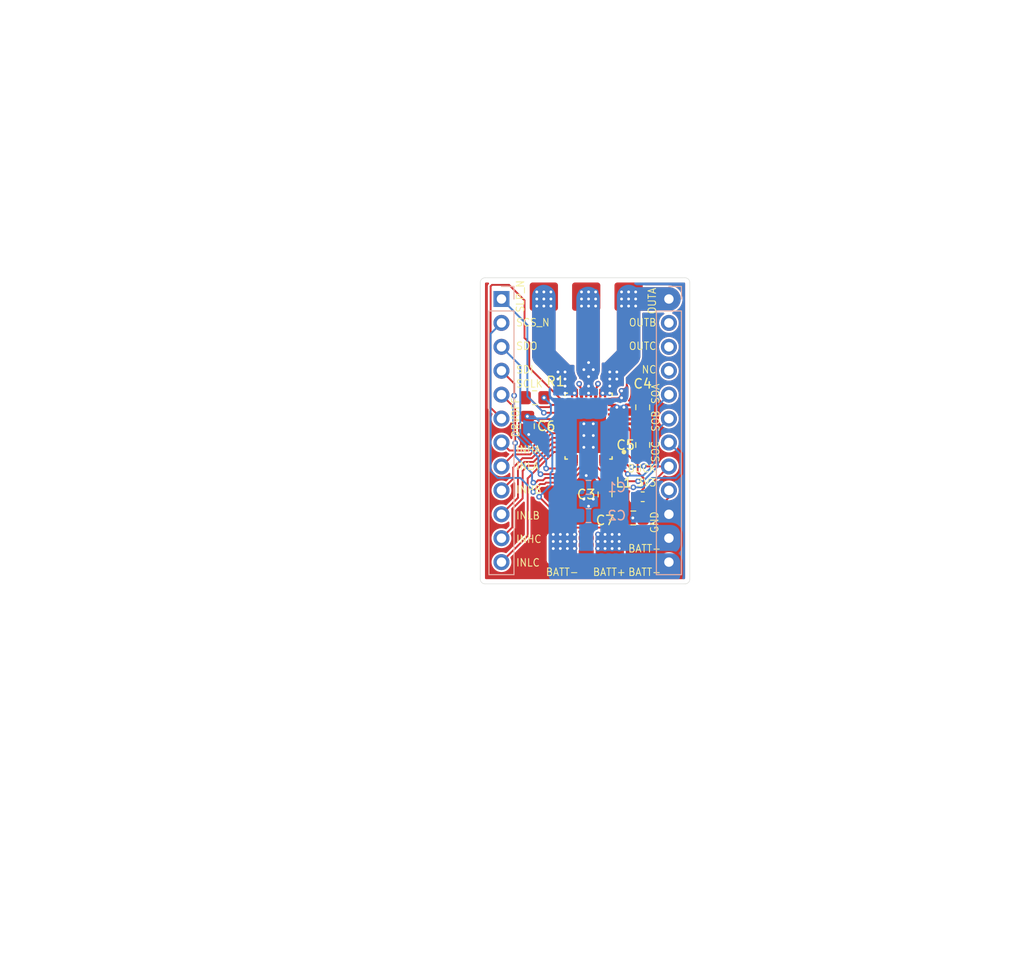
<source format=kicad_pcb>
(kicad_pcb (version 20240108) (generator "pcbnew") (generator_version "8.0")
  (layers (0 "F.Cu" signal) (1 "In1.Cu" signal) (2 "In2.Cu" signal) (31 "B.Cu" signal) (34 "B.Paste" user) (35 "F.Paste" user) (36 "B.SilkS" user "B.Silkscreen") (37 "F.SilkS" user "F.Silkscreen") (38 "B.Mask" user) (39 "F.Mask" user) (44 "Edge.Cuts" user))
  (net 0 "")
  (net 1 "+BATT")
  (net 2 "-BATT")
  (net 3 "Net-(U1-VREF_ILIM)")
  (net 4 "GND")
  (net 5 "Net-(U1-CP)")
  (net 6 "Net-(U1-CPL)")
  (net 7 "Net-(U1-CPH)")
  (net 8 "+3.3V")
  (net 9 "/Buck_Out")
  (net 10 "/INLC")
  (net 11 "Net-(J2-Pin_3)")
  (net 12 "/INHC")
  (net 13 "Net-(J2-Pin_2)")
  (net 14 "/INHA")
  (net 15 "Net-(J2-Pin_6)")
  (net 16 "/INLA")
  (net 17 "Net-(J2-Pin_5)")
  (net 18 "/INLB")
  (net 19 "Net-(J2-Pin_1)")
  (net 20 "Net-(J2-Pin_4)")
  (net 21 "/INHB")
  (net 22 "/OUTA")
  (net 23 "/OUTC")
  (net 24 "/OUTB")
  (net 26 "Net-(J4-Pin_6)")
  (net 27 "Net-(J4-Pin_7)")
  (net 28 "Net-(J4-Pin_5)")
  (net 29 "Net-(U1-SW_BK)")
  (net 30 "Net-(U1-FAULT_N)")
  (footprint "Capacitor_SMD:C_0805_2012Metric_Pad1.18x1.45mm_HandSolder" (layer "F.Cu") (at 136 95.75 -90)
    (property "Reference" "C3" (at 0 2 0) (layer "F.SilkS"))
    (property "Value" "100n")
    (pad "1" smd roundrect (at -1.0375 0 270) (size 1.175 1.45) (layers "F.Cu" "F.Paste" "F.Mask") (roundrect_rratio 0.212766) (net 3 "Net-(U1-VREF_ILIM)"))
    (pad "2" smd roundrect (at 1.0375 0 270) (size 1.175 1.45) (layers "F.Cu" "F.Paste" "F.Mask") (roundrect_rratio 0.212766) (net 4 "GND"))
  )
  (footprint "ECE395:Motor_Pads" (layer "F.Cu") (at 134 80.25 180)
    (property "Reference" "J3" (hide yes))
    (property "Value" "Motor Output" (hide yes))
    (pad "1" smd roundrect (at -4.5 5.5 180) (size 3 3) (layers "F.Cu" "F.Paste" "F.Mask") (roundrect_rratio 0.1) (net 22 "/OUTA"))
    (pad "2" smd roundrect (at 0 5.5 180) (size 3 3) (layers "F.Cu" "F.Paste" "F.Mask") (roundrect_rratio 0.1) (net 24 "/OUTB"))
    (pad "3" smd roundrect (at 4.5 5.5 180) (size 3 3) (layers "F.Cu" "F.Paste" "F.Mask") (roundrect_rratio 0.1) (net 23 "/OUTC"))
  )
  (footprint "Resistor_SMD:R_0805_2012Metric_Pad1.20x1.40mm_HandSolder" (layer "F.Cu") (at 128.517707 85.481338)
    (property "Reference" "R1" (at 2.232293 -1.731338 0) (layer "F.SilkS"))
    (property "Value" "10k")
    (pad "1" smd roundrect (at -1 0) (size 1.2 1.4) (layers "F.Cu" "F.Paste" "F.Mask") (roundrect_rratio 0.208333) (net 30 "Net-(U1-FAULT_N)"))
    (pad "2" smd roundrect (at 1 0) (size 1.2 1.4) (layers "F.Cu" "F.Paste" "F.Mask") (roundrect_rratio 0.208333) (net 8 "+3.3V"))
  )
  (footprint "Capacitor_SMD:C_0805_2012Metric_Pad1.18x1.45mm_HandSolder" (layer "F.Cu") (at 140 90.5 90)
    (property "Reference" "C5" (at -0.00954 -1.819319 180) (layer "F.SilkS"))
    (property "Value" "47n")
    (pad "1" smd roundrect (at -1.0375 0 90) (size 1.175 1.45) (layers "F.Cu" "F.Paste" "F.Mask") (roundrect_rratio 0.212766) (net 6 "Net-(U1-CPL)"))
    (pad "2" smd roundrect (at 1.0375 0 90) (size 1.175 1.45) (layers "F.Cu" "F.Paste" "F.Mask") (roundrect_rratio 0.212766) (net 7 "Net-(U1-CPH)"))
  )
  (footprint "ECE395:RGF0040E-IPC_A" (layer "F.Cu") (at 134.250001 88.5 180)
    (property "Reference" "U1" (hide yes))
    (property "Value" "DRV8316RRGFR" (hide yes))
    (pad "1" smd rect (at -2.503033 -2.75 270) (size 0.242473 0.906066) (layers "F.Cu" "F.Paste" "F.Mask"))
    (pad "2" smd rect (at -2.503033 -2.250001 270) (size 0.242473 0.906066) (layers "F.Cu" "F.Paste" "F.Mask") (net 4 "GND"))
    (pad "3" smd rect (at -2.503033 -1.749999 270) (size 0.242473 0.906066) (layers "F.Cu" "F.Paste" "F.Mask") (net 9 "/Buck_Out"))
    (pad "4" smd rect (at -2.503033 -1.25 270) (size 0.242473 0.906066) (layers "F.Cu" "F.Paste" "F.Mask") (net 4 "GND"))
    (pad "5" smd rect (at -2.503033 -0.750001 270) (size 0.242473 0.906066) (layers "F.Cu" "F.Paste" "F.Mask") (net 29 "Net-(U1-SW_BK)"))
    (pad "6" smd rect (at -2.503033 -0.25 270) (size 0.242473 0.906066) (layers "F.Cu" "F.Paste" "F.Mask") (net 6 "Net-(U1-CPL)"))
    (pad "7" smd rect (at -2.503033 0.25 270) (size 0.242473 0.906066) (layers "F.Cu" "F.Paste" "F.Mask") (net 7 "Net-(U1-CPH)"))
    (pad "8" smd rect (at -2.503033 0.750001 270) (size 0.242473 0.906066) (layers "F.Cu" "F.Paste" "F.Mask") (net 5 "Net-(U1-CP)"))
    (pad "9" smd rect (at -2.503033 1.25 270) (size 0.242473 0.906066) (layers "F.Cu" "F.Paste" "F.Mask") (net 1 "+BATT"))
    (pad "10" smd rect (at -2.503033 1.749999 270) (size 0.242473 0.906066) (layers "F.Cu" "F.Paste" "F.Mask") (net 1 "+BATT"))
    (pad "11" smd rect (at -2.503033 2.250001 270) (size 0.242473 0.906066) (layers "F.Cu" "F.Paste" "F.Mask") (net 1 "+BATT"))
    (pad "12" smd rect (at -2.503033 2.75 270) (size 0.242473 0.906066) (layers "F.Cu" "F.Paste" "F.Mask") (net 2 "-BATT"))
    (pad "13" smd rect (at -1.749999 3.503033 180) (size 0.242473 0.906066) (layers "F.Cu" "F.Paste" "F.Mask") (net 22 "/OUTA"))
    (pad "14" smd rect (at -1.25 3.503033 180) (size 0.242473 0.906066) (layers "F.Cu" "F.Paste" "F.Mask") (net 22 "/OUTA"))
    (pad "15" smd rect (at -0.750001 3.503033 180) (size 0.242473 0.906066) (layers "F.Cu" "F.Paste" "F.Mask") (net 2 "-BATT"))
    (pad "16" smd rect (at -0.25 3.503033 180) (size 0.242473 0.906066) (layers "F.Cu" "F.Paste" "F.Mask") (net 24 "/OUTB"))
    (pad "17" smd rect (at 0.25 3.503033 180) (size 0.242473 0.906066) (layers "F.Cu" "F.Paste" "F.Mask") (net 24 "/OUTB"))
    (pad "18" smd rect (at 0.750001 3.503033 180) (size 0.242473 0.906066) (layers "F.Cu" "F.Paste" "F.Mask") (net 2 "-BATT"))
    (pad "19" smd rect (at 1.25 3.503033 180) (size 0.242473 0.906066) (layers "F.Cu" "F.Paste" "F.Mask") (net 23 "/OUTC"))
    (pad "20" smd rect (at 1.749999 3.503033 180) (size 0.242473 0.906066) (layers "F.Cu" "F.Paste" "F.Mask") (net 23 "/OUTC"))
    (pad "21" smd rect (at 2.503033 2.75 270) (size 0.242473 0.906066) (layers "F.Cu" "F.Paste" "F.Mask") (net 15 "Net-(J2-Pin_6)"))
    (pad "22" smd rect (at 2.503033 2.250001 270) (size 0.242473 0.906066) (layers "F.Cu" "F.Paste" "F.Mask") (net 30 "Net-(U1-FAULT_N)"))
    (pad "23" smd rect (at 2.503033 1.749999 270) (size 0.242473 0.906066) (layers "F.Cu" "F.Paste" "F.Mask") (net 19 "Net-(J2-Pin_1)"))
    (pad "24" smd rect (at 2.503033 1.25 270) (size 0.242473 0.906066) (layers "F.Cu" "F.Paste" "F.Mask"))
    (pad "25" smd rect (at 2.503033 0.750001 270) (size 0.242473 0.906066) (layers "F.Cu" "F.Paste" "F.Mask") (net 8 "+3.3V"))
    (pad "26" smd rect (at 2.503033 0.25 270) (size 0.242473 0.906066) (layers "F.Cu" "F.Paste" "F.Mask") (net 4 "GND"))
    (pad "27" smd rect (at 2.503033 -0.25 270) (size 0.242473 0.906066) (layers "F.Cu" "F.Paste" "F.Mask") (net 14 "/INHA"))
    (pad "28" smd rect (at 2.503033 -0.750001 270) (size 0.242473 0.906066) (layers "F.Cu" "F.Paste" "F.Mask") (net 16 "/INLA"))
    (pad "29" smd rect (at 2.503033 -1.25 270) (size 0.242473 0.906066) (layers "F.Cu" "F.Paste" "F.Mask") (net 21 "/INHB"))
    (pad "30" smd rect (at 2.503033 -1.749999 270) (size 0.242473 0.906066) (layers "F.Cu" "F.Paste" "F.Mask") (net 18 "/INLB"))
    (pad "31" smd rect (at 2.503033 -2.250001 270) (size 0.242473 0.906066) (layers "F.Cu" "F.Paste" "F.Mask") (net 12 "/INHC"))
    (pad "32" smd rect (at 2.503033 -2.75 270) (size 0.242473 0.906066) (layers "F.Cu" "F.Paste" "F.Mask") (net 10 "/INLC"))
    (pad "33" smd rect (at 1.749999 -3.503033 180) (size 0.242473 0.906066) (layers "F.Cu" "F.Paste" "F.Mask") (net 11 "Net-(J2-Pin_3)"))
    (pad "34" smd rect (at 1.25 -3.503033 180) (size 0.242473 0.906066) (layers "F.Cu" "F.Paste" "F.Mask") (net 20 "Net-(J2-Pin_4)"))
    (pad "35" smd rect (at 0.750001 -3.503033 180) (size 0.242473 0.906066) (layers "F.Cu" "F.Paste" "F.Mask") (net 17 "Net-(J2-Pin_5)"))
    (pad "36" smd rect (at 0.25 -3.503033 180) (size 0.242473 0.906066) (layers "F.Cu" "F.Paste" "F.Mask") (net 13 "Net-(J2-Pin_2)"))
    (pad "37" smd rect (at -0.25 -3.503033 180) (size 0.242473 0.906066) (layers "F.Cu" "F.Paste" "F.Mask") (net 3 "Net-(U1-VREF_ILIM)"))
    (pad "38" smd rect (at -0.750001 -3.503033 180) (size 0.242473 0.906066) (layers "F.Cu" "F.Paste" "F.Mask") (net 27 "Net-(J4-Pin_7)"))
    (pad "39" smd rect (at -1.25 -3.503033 180) (size 0.242473 0.906066) (layers "F.Cu" "F.Paste" "F.Mask") (net 26 "Net-(J4-Pin_6)"))
    (pad "40" smd rect (at -1.749999 -3.503032 180) (size 0.242472 0.906064) (layers "F.Cu" "F.Paste" "F.Mask") (net 28 "Net-(J4-Pin_5)"))
    (pad "41" smd rect (at 0 0 180) (size 3.6 5.6) (layers "F.Cu" "F.Mask") (net 4 "GND"))
  )
  (footprint "Capacitor_SMD:C_0805_2012Metric_Pad1.18x1.45mm_HandSolder" (layer "F.Cu") (at 127.75 88.5 -90)
    (property "Reference" "C6" (at 0 -2 180) (layer "F.SilkS"))
    (property "Value" "1u")
    (pad "1" smd roundrect (at -1.0375 0 270) (size 1.175 1.45) (layers "F.Cu" "F.Paste" "F.Mask") (roundrect_rratio 0.212766) (net 8 "+3.3V"))
    (pad "2" smd roundrect (at 1.0375 0 270) (size 1.175 1.45) (layers "F.Cu" "F.Paste" "F.Mask") (roundrect_rratio 0.212766) (net 4 "GND"))
  )
  (footprint "Capacitor_SMD:C_0805_2012Metric_Pad1.18x1.45mm_HandSolder" (layer "F.Cu") (at 139 98.25)
    (property "Reference" "C7" (at -3 0.25 0) (layer "F.SilkS"))
    (property "Value" "1u")
    (pad "1" smd roundrect (at -1.0375 0) (size 1.175 1.45) (layers "F.Cu" "F.Paste" "F.Mask") (roundrect_rratio 0.212766) (net 4 "GND"))
    (pad "2" smd roundrect (at 1.0375 0) (size 1.175 1.45) (layers "F.Cu" "F.Paste" "F.Mask") (roundrect_rratio 0.212766) (net 9 "/Buck_Out"))
  )
  (footprint "Inductor_SMD:L_0603_1608Metric" (layer "F.Cu") (at 140 96)
    (property "Reference" "L1" (at -2 -1.5 0) (layer "F.SilkS"))
    (property "Value" "47u")
    (pad "1" smd roundrect (at -0.7875 0) (size 0.875 0.95) (layers "F.Cu" "F.Paste" "F.Mask") (net 29 "Net-(U1-SW_BK)"))
    (pad "2" smd roundrect (at 0.7875 0) (size 0.875 0.95) (layers "F.Cu" "F.Paste" "F.Mask") (net 9 "/Buck_Out"))
  )
  (footprint "ECE395:Power_Pads" (layer "F.Cu") (at 134 96)
    (property "Reference" "J1" (hide yes))
    (property "Value" "Power Input" (hide yes))
    (pad "1" smd roundrect (at -2.5 5.5) (size 3 3) (layers "F.Cu" "F.Paste" "F.Mask") (roundrect_rratio 0.1) (net 2 "-BATT"))
    (pad "2" smd roundrect (at 2.5 5.5) (size 3 3) (layers "F.Cu" "F.Paste" "F.Mask") (roundrect_rratio 0.1) (net 1 "+BATT"))
  )
  (footprint "Capacitor_SMD:C_0805_2012Metric_Pad1.18x1.45mm_HandSolder" (layer "F.Cu") (at 140 86.5 -90)
    (property "Reference" "C4" (at -2.5 0 180) (layer "F.SilkS"))
    (property "Value" "1u")
    (pad "1" smd roundrect (at -1.0375 0 270) (size 1.175 1.45) (layers "F.Cu" "F.Paste" "F.Mask") (roundrect_rratio 0.212766) (net 1 "+BATT"))
    (pad "2" smd roundrect (at 1.0375 0 270) (size 1.175 1.45) (layers "F.Cu" "F.Paste" "F.Mask") (roundrect_rratio 0.212766) (net 5 "Net-(U1-CP)"))
  )
  (footprint "Capacitor_SMD:C_0805_2012Metric_Pad1.18x1.45mm_HandSolder" (layer "B.Cu") (at 134.25 95 180)
    (property "Reference" "C1" (at -3 0 0) (layer "B.SilkS") (effects (justify mirror)))
    (property "Value" "100nF")
    (pad "1" smd roundrect (at -1.0375 0 180) (size 1.175 1.45) (layers "B.Cu" "B.Paste" "B.Mask") (roundrect_rratio 0.212766) (net 1 "+BATT"))
    (pad "2" smd roundrect (at 1.0375 0 180) (size 1.175 1.45) (layers "B.Cu" "B.Paste" "B.Mask") (roundrect_rratio 0.212766) (net 2 "-BATT"))
  )
  (footprint "Connector_PinHeader_2.54mm:PinHeader_1x12_P2.54mm_Vertical" (layer "B.Cu") (at 125 75 180)
    (property "Reference" "J2" (hide yes))
    (property "Value" "Left Rail")
    (pad "1" thru_hole rect (at 0 0 180) (size 1.7 1.7) (drill 1) (layers "*.Cu" "*.Mask") (net 19 "Net-(J2-Pin_1)"))
    (pad "2" thru_hole oval (at 0 -2.54 180) (size 1.7 1.7) (drill 1) (layers "*.Cu" "*.Mask") (net 13 "Net-(J2-Pin_2)"))
    (pad "3" thru_hole oval (at 0 -5.08 180) (size 1.7 1.7) (drill 1) (layers "*.Cu" "*.Mask") (net 11 "Net-(J2-Pin_3)"))
    (pad "4" thru_hole oval (at 0 -7.62 180) (size 1.7 1.7) (drill 1) (layers "*.Cu" "*.Mask") (net 20 "Net-(J2-Pin_4)"))
    (pad "5" thru_hole oval (at 0 -10.16 180) (size 1.7 1.7) (drill 1) (layers "*.Cu" "*.Mask") (net 17 "Net-(J2-Pin_5)"))
    (pad "6" thru_hole oval (at 0 -12.7 180) (size 1.7 1.7) (drill 1) (layers "*.Cu" "*.Mask") (net 15 "Net-(J2-Pin_6)"))
    (pad "7" thru_hole oval (at 0 -15.24 180) (size 1.7 1.7) (drill 1) (layers "*.Cu" "*.Mask") (net 14 "/INHA"))
    (pad "8" thru_hole oval (at 0 -17.78 180) (size 1.7 1.7) (drill 1) (layers "*.Cu" "*.Mask") (net 16 "/INLA"))
    (pad "9" thru_hole oval (at 0 -20.32 180) (size 1.7 1.7) (drill 1) (layers "*.Cu" "*.Mask") (net 21 "/INHB"))
    (pad "10" thru_hole oval (at 0 -22.86 180) (size 1.7 1.7) (drill 1) (layers "*.Cu" "*.Mask") (net 18 "/INLB"))
    (pad "11" thru_hole oval (at 0 -25.4 180) (size 1.7 1.7) (drill 1) (layers "*.Cu" "*.Mask") (net 12 "/INHC"))
    (pad "12" thru_hole oval (at 0 -27.94 180) (size 1.7 1.7) (drill 1) (layers "*.Cu" "*.Mask") (net 10 "/INLC"))
  )
  (footprint "Capacitor_SMD:C_0805_2012Metric_Pad1.18x1.45mm_HandSolder" (layer "B.Cu") (at 134.25 98 180)
    (property "Reference" "C2" (at -3 0 0) (layer "B.SilkS") (effects (justify mirror)))
    (property "Value" "10uF")
    (pad "1" smd roundrect (at -1.0375 0 180) (size 1.175 1.45) (layers "B.Cu" "B.Paste" "B.Mask") (roundrect_rratio 0.212766) (net 1 "+BATT"))
    (pad "2" smd roundrect (at 1.0375 0 180) (size 1.175 1.45) (layers "B.Cu" "B.Paste" "B.Mask") (roundrect_rratio 0.212766) (net 2 "-BATT"))
  )
  (footprint "Connector_PinHeader_2.54mm:PinHeader_1x12_P2.54mm_Vertical" (layer "B.Cu") (at 142.78 75 180)
    (property "Reference" "J4" (hide yes))
    (property "Value" "Right Rail")
    (pad "1" thru_hole rect (at 0 0 180) (size 1.7 1.7) (drill 1) (layers "*.Cu" "*.Mask") (net 22 "/OUTA"))
    (pad "2" thru_hole oval (at 0 -2.54 180) (size 1.7 1.7) (drill 1) (layers "*.Cu" "*.Mask") (net 24 "/OUTB"))
    (pad "3" thru_hole oval (at 0 -5.08 180) (size 1.7 1.7) (drill 1) (layers "*.Cu" "*.Mask") (net 23 "/OUTC"))
    (pad "4" thru_hole oval (at 0 -7.62 180) (size 1.7 1.7) (drill 1) (layers "*.Cu" "*.Mask"))
    (pad "5" thru_hole oval (at 0 -10.16 180) (size 1.7 1.7) (drill 1) (layers "*.Cu" "*.Mask") (net 28 "Net-(J4-Pin_5)"))
    (pad "6" thru_hole oval (at 0 -12.7 180) (size 1.7 1.7) (drill 1) (layers "*.Cu" "*.Mask") (net 26 "Net-(J4-Pin_6)"))
    (pad "7" thru_hole oval (at 0 -15.24 180) (size 1.7 1.7) (drill 1) (layers "*.Cu" "*.Mask") (net 27 "Net-(J4-Pin_7)"))
    (pad "8" thru_hole oval (at 0 -17.78 180) (size 1.7 1.7) (drill 1) (layers "*.Cu" "*.Mask") (net 9 "/Buck_Out"))
    (pad "9" thru_hole oval (at 0 -20.32 180) (size 1.7 1.7) (drill 1) (layers "*.Cu" "*.Mask") (net 8 "+3.3V"))
    (pad "10" thru_hole oval (at 0 -22.86 180) (size 1.7 1.7) (drill 1) (layers "*.Cu" "*.Mask") (net 4 "GND"))
    (pad "11" thru_hole oval (at 0 -25.4 180) (size 1.7 1.7) (drill 1) (layers "*.Cu" "*.Mask") (net 1 "+BATT"))
    (pad "12" thru_hole oval (at 0 -27.94 180) (size 1.7 1.7) (drill 1) (layers "*.Cu" "*.Mask") (net 2 "-BATT"))
  )
  (gr_arc (start 123.25 105.25) (mid 122.896447 105.103553) (end 122.75 104.75) (stroke (width 0.05)) (layer "Edge.Cuts"))
  (gr_arc (start 122.75 73.25) (mid 122.896447 72.896447) (end 123.25 72.75) (stroke (width 0.05)) (layer "Edge.Cuts"))
  (gr_line (start 144.5 72.75) (end 123.25 72.75) (stroke (width 0.05)) (layer "Edge.Cuts"))
  (gr_arc (start 144.5 72.75) (mid 144.853553 72.896447) (end 145 73.25) (stroke (width 0.05)) (layer "Edge.Cuts"))
  (gr_line (start 122.75 73.25) (end 122.75 104.75) (stroke (width 0.05)) (layer "Edge.Cuts"))
  (gr_line (start 123.25 105.25) (end 144.5 105.25) (stroke (width 0.05)) (layer "Edge.Cuts"))
  (gr_line (start 145 104.75) (end 145 73.25) (stroke (width 0.05)) (layer "Edge.Cuts"))
  (gr_arc (start 145 104.75) (mid 144.853553 105.103553) (end 144.5 105.25) (stroke (width 0.05)) (layer "Edge.Cuts"))
  (gr_text "DRVOFF" (at 126.5 89.75 90) (layer "F.SilkS") (effects (font (size 0.8 0.75) (thickness 0.1)) (justify left)))
  (gr_text "INHB" (at 126.5 95.25 0) (layer "F.SilkS") (effects (font (size 0.8 0.75) (thickness 0.1)) (justify left)))
  (gr_text "SCS_N" (at 126.5 77.5 0) (layer "F.SilkS") (effects (font (size 0.8 0.75) (thickness 0.1)) (justify left)))
  (gr_text "SDO" (at 126.5 80 0) (layer "F.SilkS") (effects (font (size 0.8 0.75) (thickness 0.1)) (justify left)))
  (gr_text "INLB" (at 126.5 98 0) (layer "F.SilkS") (effects (font (size 0.8 0.75) (thickness 0.1)) (justify left)))
  (gr_text "BATT+" (at 138.25 104 0) (layer "F.SilkS") (effects (font (size 0.8 0.75) (thickness 0.1)) (justify right)))
  (gr_text "SLP_N" (at 127 76.5 90) (layer "F.SilkS") (effects (font (size 0.8 0.75) (thickness 0.1)) (justify left)))
  (gr_text "BUCK" (at 141.5 93 0) (layer "F.SilkS") (effects (font (size 0.8 0.75) (thickness 0.1)) (justify right)))
  (gr_text "INHC" (at 126.5 100.5 0) (layer "F.SilkS") (effects (font (size 0.8 0.75) (thickness 0.1)) (justify left)))
  (gr_text "BATT+" (at 142 101.5 0) (layer "F.SilkS") (effects (font (size 0.8 0.75) (thickness 0.1)) (justify right)))
  (gr_text "INLC" (at 126.5 103 0) (layer "F.SilkS") (effects (font (size 0.8 0.75) (thickness 0.1)) (justify left)))
  (gr_text "BATT-" (at 133.25 104 0) (layer "F.SilkS") (effects (font (size 0.8 0.75) (thickness 0.1)) (justify right)))
  (gr_text "OUTA" (at 141 73.75 90) (layer "F.SilkS") (effects (font (size 0.8 0.75) (thickness 0.1)) (justify right)))
  (gr_text "SOB" (at 141.375773 86.771807 90) (layer "F.SilkS") (effects (font (size 0.8 0.75) (thickness 0.1)) (justify right)))
  (gr_text "SDI" (at 126.5 82.5 0) (layer "F.SilkS") (effects (font (size 0.8 0.75) (thickness 0.1)) (justify left)))
  (gr_text "OUTB" (at 141.5 77.5 0) (layer "F.SilkS") (effects (font (size 0.8 0.75) (thickness 0.1)) (justify right)))
  (gr_text "3V3" (at 141.5 94.5 0) (layer "F.SilkS") (effects (font (size 0.8 0.75) (thickness 0.1)) (justify right)))
  (gr_text "GND" (at 141.25 97.5 90) (layer "F.SilkS") (effects (font (size 0.8 0.75) (thickness 0.1)) (justify right)))
  (gr_text "SCLK" (at 126.5 84 0) (layer "F.SilkS") (effects (font (size 0.8 0.75) (thickness 0.1)) (justify left)))
  (gr_text "NC" (at 141.5 82.5 0) (layer "F.SilkS") (effects (font (size 0.8 0.75) (thickness 0.1)) (justify right)))
  (gr_text "INLA" (at 126.5 92.75 0) (layer "F.SilkS") (effects (font (size 0.8 0.75) (thickness 0.1)) (justify left)))
  (gr_text "SOA" (at 141.365292 83.931417 90) (layer "F.SilkS") (effects (font (size 0.8 0.75) (thickness 0.1)) (justify right)))
  (gr_text "SOC" (at 141.354811 90.020962 90) (layer "F.SilkS") (effects (font (size 0.8 0.75) (thickness 0.1)) (justify right)))
  (gr_text "OUTC" (at 141.5 80 0) (layer "F.SilkS") (effects (font (size 0.8 0.75) (thickness 0.1)) (justify right)))
  (gr_text "BATT-" (at 142 104 0) (layer "F.SilkS") (effects (font (size 0.8 0.75) (thickness 0.1)) (justify right)))
  (gr_text "INHA" (at 126.5 91 0) (layer "F.SilkS") (effects (font (size 0.8 0.75) (thickness 0.1)) (justify left)))
  (segment (start 136.753034 87.25) (end 136.753034 86.249999) (width 0.3) (layer "F.Cu") (net 1))
  (segment (start 139.2125 86.25) (end 140 85.4625) (width 0.3) (layer "F.Cu") (net 1))
  (segment (start 138 86.5) (end 138.25 86.25) (width 0.3) (layer "F.Cu") (net 1))
  (segment (start 139.2125 86.25) (end 138.25 86.25) (width 0.3) (layer "F.Cu") (net 1))
  (via (at 136.75 100.75) (size 0.6) (drill 0.3) (layers "F.Cu" "B.Cu") (net 1))
  (via (at 135.25 101.5) (size 0.6) (drill 0.3) (layers "F.Cu" "B.Cu") (net 1))
  (via (at 136.75 101.5) (size 0.6) (drill 0.3) (layers "F.Cu" "B.Cu") (net 1))
  (via (at 137.25 86.5) (size 0.6) (drill 0.3) (layers "F.Cu" "B.Cu") (net 1))
  (via (at 137.5 101.5) (size 0.6) (drill 0.3) (layers "F.Cu" "B.Cu") (net 1))
  (via (at 137.5 100) (size 0.6) (drill 0.3) (layers "F.Cu" "B.Cu") (net 1))
  (via (at 136.75 100) (size 0.6) (drill 0.3) (layers "F.Cu" "B.Cu") (net 1))
  (via (at 138 86.5) (size 0.6) (drill 0.3) (layers "F.Cu" "B.Cu") (net 1))
  (via (at 136 100) (size 0.6) (drill 0.3) (layers "F.Cu" "B.Cu") (net 1))
  (via (at 136 101.5) (size 0.6) (drill 0.3) (layers "F.Cu" "B.Cu") (net 1))
  (via (at 136 100.75) (size 0.6) (drill 0.3) (layers "F.Cu" "B.Cu") (net 1))
  (via (at 135.25 100) (size 0.6) (drill 0.3) (layers "F.Cu" "B.Cu") (net 1))
  (via (at 137.5 100.75) (size 0.6) (drill 0.3) (layers "F.Cu" "B.Cu") (net 1))
  (via (at 135.25 100.75) (size 0.6) (drill 0.3) (layers "F.Cu" "B.Cu") (net 1))
  (via (at 132 100.75) (size 0.6) (drill 0.3) (layers "F.Cu" "B.Cu") (net 2))
  (via (at 137.75 85.5) (size 0.6) (drill 0.3) (layers "F.Cu" "B.Cu") (net 2))
  (via (at 132.75 100.75) (size 0.6) (drill 0.3) (layers "F.Cu" "B.Cu") (net 2))
  (via (at 131.25 101.5) (size 0.6) (drill 0.3) (layers "F.Cu" "B.Cu") (net 2))
  (via (at 130.5 101.5) (size 0.6) (drill 0.3) (layers "F.Cu" "B.Cu") (net 2))
  (via (at 133.25 84) (size 0.6) (drill 0.3) (layers "F.Cu" "B.Cu") (net 2))
  (via (at 131.25 100.75) (size 0.6) (drill 0.3) (layers "F.Cu" "B.Cu") (net 2))
  (via (at 132.75 101.5) (size 0.6) (drill 0.3) (layers "F.Cu" "B.Cu") (net 2))
  (via (at 137.75 84.75) (size 0.6) (drill 0.3) (layers "F.Cu" "B.Cu") (net 2))
  (via (at 131.25 100) (size 0.6) (drill 0.3) (layers "F.Cu" "B.Cu") (net 2))
  (via (at 135.25 84) (size 0.6) (drill 0.3) (layers "F.Cu" "B.Cu") (net 2))
  (via (at 130.5 100) (size 0.6) (drill 0.3) (layers "F.Cu" "B.Cu") (net 2))
  (via (at 132.75 100) (size 0.6) (drill 0.3) (layers "F.Cu" "B.Cu") (net 2))
  (via (at 132 100) (size 0.6) (drill 0.3) (layers "F.Cu" "B.Cu") (net 2))
  (via (at 132 101.5) (size 0.6) (drill 0.3) (layers "F.Cu" "B.Cu") (net 2))
  (via (at 130.5 100.75) (size 0.6) (drill 0.3) (layers "F.Cu" "B.Cu") (net 2))
  (segment (start 134.500001 93.212501) (end 136 94.7125) (width 0.2) (layer "F.Cu") (net 3))
  (segment (start 134.500001 92.003033) (end 134.500001 93.212501) (width 0.2) (layer "F.Cu") (net 3))
  (segment (start 131.746968 88.25) (end 131.75 88.25) (width 0.2) (layer "F.Cu") (net 4))
  (segment (start 136.753034 89.75) (end 136.75 89.75) (width 0.2) (layer "F.Cu") (net 4))
  (segment (start 133.75 88.25) (end 134.000001 88.25) (width 0.2) (layer "F.Cu") (net 4))
  (segment (start 138.95 98.25) (end 137.9625 98.25) (width 0.2) (layer "F.Cu") (net 4))
  (segment (start 131.75 88.25) (end 133.75 88.25) (width 0.2) (layer "F.Cu") (net 4))
  (segment (start 136.078767 90.750001) (end 134.250001 88.921235) (width 0.2) (layer "F.Cu") (net 4))
  (segment (start 135.500001 89.75) (end 134.250001 88.5) (width 0.2) (layer "F.Cu") (net 4))
  (segment (start 136.75 89.75) (end 135.500001 89.75) (width 0.2) (layer "F.Cu") (net 4))
  (segment (start 136.753034 90.750001) (end 136.078767 90.750001) (width 0.2) (layer "F.Cu") (net 4))
  (via (at 134.75 90.75) (size 0.6) (drill 0.3) (layers "F.Cu" "B.Cu") (net 4))
  (via (at 127.894936 89.392563) (size 0.6) (drill 0.3) (layers "F.Cu" "B.Cu") (net 4))
  (via (at 134 93.75) (size 0.6) (drill 0.3) (layers "F.Cu" "B.Cu") (net 4))
  (via (at 134.75 88.25) (size 0.6) (drill 0.3) (layers "F.Cu" "B.Cu") (net 4))
  (via (at 134.25 97) (size 0.6) (drill 0.3) (layers "F.Cu" "B.Cu") (net 4))
  (via (at 133.75 96.25) (size 0.6) (drill 0.3) (layers "F.Cu" "B.Cu") (net 4))
  (via (at 133.75 90.75) (size 0.6) (drill 0.3) (layers "F.Cu" "B.Cu") (net 4))
  (via (at 138.95 98.25) (size 0.6) (drill 0.3) (layers "F.Cu" "B.Cu") (net 4))
  (via (at 133.75 88.25) (size 0.6) (drill 0.3) (layers "F.Cu" "B.Cu") (net 4))
  (via (at 134.75 89.5) (size 0.6) (drill 0.3) (layers "F.Cu" "B.Cu") (net 4))
  (via (at 133.75 89.5) (size 0.6) (drill 0.3) (layers "F.Cu" "B.Cu") (net 4))
  (via (at 134.75 96.25) (size 0.6) (drill 0.3) (layers "F.Cu" "B.Cu") (net 4))
  (segment (start 139.787501 87.749999) (end 136.753034 87.749999) (width 0.3) (layer "F.Cu") (net 5))
  (segment (start 140 87.5375) (end 139.787501 87.749999) (width 0.3) (layer "F.Cu") (net 5))
  (segment (start 138.75 89) (end 138.5 88.75) (width 0.3) (layer "F.Cu") (net 6))
  (segment (start 138.5 88.75) (end 136.753034 88.75) (width 0.3) (layer "F.Cu") (net 6))
  (segment (start 138.75 90.2875) (end 138.75 89) (width 0.3) (layer "F.Cu") (net 6))
  (segment (start 140 91.5375) (end 138.75 90.2875) (width 0.3) (layer "F.Cu") (net 6))
  (segment (start 138.7875 88.25) (end 136.753034 88.25) (width 0.3) (layer "F.Cu") (net 7))
  (segment (start 140 89.4625) (end 138.7875 88.25) (width 0.3) (layer "F.Cu") (net 7))
  (segment (start 127.517707 87.230207) (end 127.75 87.4625) (width 0.2) (layer "F.Cu") (net 8))
  (segment (start 140.609744 99.275) (end 132.275 99.275) (width 0.2) (layer "F.Cu") (net 8))
  (segment (start 132.275 99.275) (end 129 96) (width 0.2) (layer "F.Cu") (net 8))
  (segment (start 142.78 95.32) (end 142.78 96.073185) (width 0.2) (layer "F.Cu") (net 8))
  (segment (start 140.925 98.959744) (end 140.609744 99.275) (width 0.2) (layer "F.Cu") (net 8))
  (segment (start 142.78 96.073185) (end 140.925 97.928185) (width 0.2) (layer "F.Cu") (net 8))
  (segment (start 129 96) (end 129.125 96.125) (width 0.2) (layer "F.Cu") (net 8))
  (segment (start 140.925 97.928185) (end 140.925 98.959744) (width 0.2) (layer "F.Cu") (net 8))
  (segment (start 127.75 87.4625) (end 128.037499 87.749999) (width 0.2) (layer "F.Cu") (net 8))
  (segment (start 128.037499 87.749999) (end 131.746968 87.749999) (width 0.2) (layer "F.Cu") (net 8))
  (via (at 127.75 87.4625) (size 0.6) (drill 0.3) (layers "F.Cu" "B.Cu") (net 8))
  (via (at 129 96) (size 0.6) (drill 0.3) (layers "F.Cu" "B.Cu") (net 8))
  (via (at 129.517707 85.481338) (size 0.6) (drill 0.3) (layers "F.Cu" "B.Cu") (net 8))
  (segment (start 130.25 87.179867) (end 130.25 86.213631) (width 0.2) (layer "B.Cu") (net 8))
  (segment (start 130.2 93.469239) (end 130.4 93.269239) (width 0.2) (layer "B.Cu") (net 8))
  (segment (start 127.968838 87.681338) (end 129.748529 87.681338) (width 0.2) (layer "B.Cu") (net 8))
  (segment (start 130.25 86.213631) (end 129.517707 85.481338) (width 0.2) (layer "B.Cu") (net 8))
  (segment (start 128.475 87.4625) (end 127.75 87.4625) (width 0.2) (layer "B.Cu") (net 8))
  (segment (start 130.4 93.269239) (end 130.4 89.3875) (width 0.2) (layer "B.Cu") (net 8))
  (segment (start 127.75 87.4625) (end 127.968838 87.681338) (width 0.2) (layer "B.Cu") (net 8))
  (segment (start 129.748529 87.681338) (end 130.25 87.179867) (width 0.2) (layer "B.Cu") (net 8))
  (segment (start 130.2 94.8) (end 130.2 93.469239) (width 0.2) (layer "B.Cu") (net 8))
  (segment (start 129 96) (end 130.2 94.8) (width 0.2) (layer "B.Cu") (net 8))
  (segment (start 130.4 89.3875) (end 128.475 87.4625) (width 0.2) (layer "B.Cu") (net 8))
  (segment (start 140.7875 97.5) (end 140.0375 98.25) (width 0.2) (layer "F.Cu") (net 9))
  (segment (start 137.85 92.1) (end 138.569551 92.819551) (width 0.2) (layer "F.Cu") (net 9))
  (segment (start 140.136796 92.78) (end 140.106796 92.75) (width 0.2) (layer "F.Cu") (net 9))
  (segment (start 140.7875 94.7725) (end 140.7875 96) (width 0.2) (layer "F.Cu") (net 9))
  (segment (start 138.569551 92.819551) (end 138.822809 92.819551) (width 0.2) (layer "F.Cu") (net 9))
  (segment (start 142.78 92.78) (end 140.7875 94.7725) (width 0.2) (layer "F.Cu") (net 9))
  (segment (start 140.7875 96) (end 140.7875 97.5) (width 0.2) (layer "F.Cu") (net 9))
  (segment (start 136.753034 90.249999) (end 137.427301 90.249999) (width 0.2) (layer "F.Cu") (net 9))
  (segment (start 142.78 92.78) (end 140.136796 92.78) (width 0.2) (layer "F.Cu") (net 9))
  (segment (start 137.427301 90.249999) (end 137.85 90.672698) (width 0.2) (layer "F.Cu") (net 9))
  (segment (start 137.85 90.672698) (end 137.85 92.1) (width 0.2) (layer "F.Cu") (net 9))
  (via (at 140.106796 92.75) (size 0.6) (drill 0.3) (layers "F.Cu" "B.Cu") (net 9))
  (via (at 138.822809 92.819551) (size 0.6) (drill 0.3) (layers "F.Cu" "B.Cu") (net 9))
  (segment (start 140.106796 92.75) (end 140.037245 92.819551) (width 0.2) (layer "B.Cu") (net 9))
  (segment (start 140.037245 92.819551) (end 138.822809 92.819551) (width 0.2) (layer "B.Cu") (net 9))
  (segment (start 125 102.94) (end 127.782843 100.157157) (width 0.2) (layer "F.Cu") (net 10))
  (segment (start 130.580761 91.25) (end 131.746968 91.25) (width 0.2) (layer "F.Cu") (net 10))
  (segment (start 127.782843 94.047918) (end 130.580761 91.25) (width 0.2) (layer "F.Cu") (net 10))
  (segment (start 127.782843 100.157157) (end 127.782843 94.047918) (width 0.2) (layer "F.Cu") (net 10))
  (segment (start 132.045931 93) (end 129.75 93) (width 0.2) (layer "F.Cu") (net 11))
  (segment (start 132.045931 93) (end 132.500002 92.545929) (width 0.2) (layer "F.Cu") (net 11))
  (segment (start 132.500002 92.545929) (end 132.500002 92.003033) (width 0.2) (layer "F.Cu") (net 11))
  (via (at 129.75 93) (size 0.6) (drill 0.3) (layers "F.Cu" "B.Cu") (net 11))
  (segment (start 129.75 92.096157) (end 129.75 93) (width 0.2) (layer "B.Cu") (net 11))
  (segment (start 129.519239 92.85) (end 129.669239 93) (width 0.2) (layer "B.Cu") (net 11))
  (segment (start 127 89.346157) (end 129.75 92.096157) (width 0.2) (layer "B.Cu") (net 11))
  (segment (start 125 80.08) (end 127 82.08) (width 0.2) (layer "B.Cu") (net 11))
  (segment (start 129.669239 93) (end 129.75 93) (width 0.2) (layer "B.Cu") (net 11))
  (segment (start 127 82.08) (end 127 89.346157) (width 0.2) (layer "B.Cu") (net 11))
  (segment (start 127.25 93.25) (end 127.8 92.7) (width 0.2) (layer "F.Cu") (net 12))
  (segment (start 128 92.7) (end 128.25 92.7) (width 0.2) (layer "F.Cu") (net 12))
  (segment (start 127.087843 96.337843) (end 127.25 96.175686) (width 0.2) (layer "F.Cu") (net 12))
  (segment (start 128.562743 92.7) (end 130.512742 90.750001) (width 0.2) (layer "F.Cu") (net 12))
  (segment (start 130.512742 90.750001) (end 131.746968 90.750001) (width 0.2) (layer "F.Cu") (net 12))
  (segment (start 126.15 97.275686) (end 127.087843 96.337843) (width 0.2) (layer "F.Cu") (net 12))
  (segment (start 126.15 99.25) (end 126.15 97.383654) (width 0.2) (layer "F.Cu") (net 12))
  (segment (start 127.25 96.175686) (end 127.25 93.25) (width 0.2) (layer "F.Cu") (net 12))
  (segment (start 125 100.4) (end 126.15 99.25) (width 0.2) (layer "F.Cu") (net 12))
  (segment (start 127.8 92.7) (end 128 92.7) (width 0.2) (layer "F.Cu") (net 12))
  (segment (start 128.25 92.7) (end 128.562743 92.7) (width 0.2) (layer "F.Cu") (net 12))
  (segment (start 126.15 97.383654) (end 126.15 97.275686) (width 0.2) (layer "F.Cu") (net 12))
  (segment (start 132.242989 94.5) (end 134.000001 92.742988) (width 0.2) (layer "F.Cu") (net 13))
  (segment (start 129.734925 94.5) (end 132.242989 94.5) (width 0.2) (layer "F.Cu") (net 13))
  (segment (start 128.382843 95.490965) (end 128.382843 95.367157) (width 0.2) (layer "F.Cu") (net 13))
  (segment (start 128.382843 95.367157) (end 129.098957 94.651043) (width 0.2) (layer "F.Cu") (net 13))
  (segment (start 129.098957 94.651043) (end 129.583882 94.651043) (width 0.2) (layer "F.Cu") (net 13))
  (segment (start 129.583882 94.651043) (end 129.734925 94.5) (width 0.2) (layer "F.Cu") (net 13))
  (segment (start 134.000001 92.742988) (end 134.000001 92.003033) (width 0.2) (layer "F.Cu") (net 13))
  (via (at 128.382843 95.490965) (size 0.6) (drill 0.3) (layers "F.Cu" "B.Cu") (net 13))
  (segment (start 123.85 78.69) (end 123.85 93.256346) (width 0.2) (layer "B.Cu") (net 13))
  (segment (start 127 94) (end 128.25 95.25) (width 0.2) (layer "B.Cu") (net 13))
  (segment (start 125 77.54) (end 123.85 78.69) (width 0.2) (layer "B.Cu") (net 13))
  (segment (start 124.593654 94) (end 127 94) (width 0.2) (layer "B.Cu") (net 13))
  (segment (start 123.85 93.256346) (end 124.593654 94) (width 0.2) (layer "B.Cu") (net 13))
  (segment (start 128.25 95.5) (end 128.373808 95.5) (width 0.2) (layer "B.Cu") (net 13))
  (segment (start 128.373808 95.5) (end 128.382843 95.490965) (width 0.2) (layer "B.Cu") (net 13))
  (segment (start 128.25 95.25) (end 128.25 95.5) (width 0.2) (layer "B.Cu") (net 13))
  (segment (start 125.85 91.09) (end 127.91 91.09) (width 0.2) (layer "F.Cu") (net 14))
  (segment (start 127.91 91.09) (end 130.25 88.75) (width 0.2) (layer "F.Cu") (net 14))
  (segment (start 130.25 88.75) (end 131.746968 88.75) (width 0.2) (layer "F.Cu") (net 14))
  (segment (start 125 90.24) (end 125.85 91.09) (width 0.2) (layer "F.Cu") (net 14))
  (segment (start 127.95 79.642032) (end 127.95 82.284829) (width 0.2) (layer "F.Cu") (net 15))
  (segment (start 131.415171 85.75) (end 131.746968 85.75) (width 0.2) (layer "F.Cu") (net 15))
  (segment (start 124 73.5) (end 125.8 73.5) (width 0.2) (layer "F.Cu") (net 15))
  (segment (start 127.45 79.142032) (end 127.95 79.642032) (width 0.2) (layer "F.Cu") (net 15))
  (segment (start 125 87.7) (end 123.85 86.55) (width 0.2) (layer "F.Cu") (net 15))
  (segment (start 123.85 86.55) (end 123.85 73.65) (width 0.2) (layer "F.Cu") (net 15))
  (segment (start 127.45 75.15) (end 127.45 79.142032) (width 0.2) (layer "F.Cu") (net 15))
  (segment (start 127.95 82.284829) (end 131.415171 85.75) (width 0.2) (layer "F.Cu") (net 15))
  (segment (start 123.85 73.65) (end 124 73.5) (width 0.2) (layer "F.Cu") (net 15))
  (segment (start 125.8 73.5) (end 127.45 75.15) (width 0.2) (layer "F.Cu") (net 15))
  (segment (start 126.25 91.5) (end 128.065685 91.5) (width 0.2) (layer "F.Cu") (net 16))
  (segment (start 128.075686 91.49) (end 129.75 89.815685) (width 0.2) (layer "F.Cu") (net 16))
  (segment (start 128.075685 91.49) (end 128.075686 91.49) (width 0.2) (layer "F.Cu") (net 16))
  (segment (start 130.315684 89.250001) (end 131.746968 89.250001) (width 0.2) (layer "F.Cu") (net 16))
  (segment (start 126.25 91.53) (end 126.25 91.5) (width 0.2) (layer "F.Cu") (net 16))
  (segment (start 125 92.78) (end 126.25 91.53) (width 0.2) (layer "F.Cu") (net 16))
  (segment (start 129.75 89.815685) (end 130.315684 89.250001) (width 0.2) (layer "F.Cu") (net 16))
  (segment (start 128.065685 91.5) (end 128.075685 91.49) (width 0.2) (layer "F.Cu") (net 16))
  (segment (start 128.879718 94.251043) (end 129.418196 94.251043) (width 0.2) (layer "F.Cu") (net 17))
  (segment (start 132.17626 94.001043) (end 133.5 92.677303) (width 0.2) (layer "F.Cu") (net 17))
  (segment (start 129.418196 94.251043) (end 129.668196 94.001043) (width 0.2) (layer "F.Cu") (net 17))
  (segment (start 126.459443 86.619443) (end 126.459443 90.290525) (width 0.2) (layer "F.Cu") (net 17))
  (segment (start 133.5 92.677303) (end 133.5 92.003033) (width 0.2) (layer "F.Cu") (net 17))
  (segment (start 129.668196 94.001043) (end 132.17626 94.001043) (width 0.2) (layer "F.Cu") (net 17))
  (segment (start 128.630761 94.5) (end 128.879718 94.251043) (width 0.2) (layer "F.Cu") (net 17))
  (segment (start 125 85.16) (end 126.459443 86.619443) (width 0.2) (layer "F.Cu") (net 17))
  (segment (start 128.382843 94.5) (end 128.630761 94.5) (width 0.2) (layer "F.Cu") (net 17))
  (via (at 128.382843 94.5) (size 0.6) (drill 0.3) (layers "F.Cu" "B.Cu") (net 17))
  (via (at 126.459443 90.290525) (size 0.6) (drill 0.3) (layers "F.Cu" "B.Cu") (net 17))
  (segment (start 128.25 94.367157) (end 128.25 93.5) (width 0.2) (layer "B.Cu") (net 17))
  (segment (start 126.459443 91.709443) (end 126.459443 90.290525) (width 0.2) (layer "B.Cu") (net 17))
  (segment (start 128.382843 94.5) (end 128.25 94.367157) (width 0.2) (layer "B.Cu") (net 17))
  (segment (start 128.25 93.5) (end 126.459443 91.709443) (width 0.2) (layer "B.Cu") (net 17))
  (segment (start 127.45 92.3) (end 128.397057 92.3) (width 0.2) (layer "F.Cu") (net 18))
  (segment (start 126.75 93) (end 127.45 92.3) (width 0.2) (layer "F.Cu") (net 18))
  (segment (start 125 97.86) (end 126.75 96.11) (width 0.2) (layer "F.Cu") (net 18))
  (segment (start 130.447058 90.249999) (end 131.746968 90.249999) (width 0.2) (layer "F.Cu") (net 18))
  (segment (start 128.397057 92.3) (end 130.447058 90.249999) (width 0.2) (layer "F.Cu") (net 18))
  (segment (start 126.75 96.11) (end 126.75 93) (width 0.2) (layer "F.Cu") (net 18))
  (segment (start 129.5 87.081338) (end 130.741361 87.081338) (width 0.2) (layer "F.Cu") (net 19))
  (segment (start 130.741361 87.081338) (end 131.072698 86.750001) (width 0.2) (layer "F.Cu") (net 19))
  (segment (start 131.072698 86.750001) (end 131.746968 86.750001) (width 0.2) (layer "F.Cu") (net 19))
  (via (at 129.5 87.081338) (size 0.6) (drill 0.3) (layers "F.Cu" "B.Cu") (net 19))
  (segment (start 127.75 85.331338) (end 129.5 87.081338) (width 0.2) (layer "B.Cu") (net 19))
  (segment (start 125 75) (end 127.75 77.75) (width 0.2) (layer "B.Cu") (net 19))
  (segment (start 127.75 77.75) (end 127.75 85.331338) (width 0.2) (layer "B.Cu") (net 19))
  (segment (start 132.010574 93.601043) (end 129.148957 93.601043) (width 0.2) (layer "F.Cu") (net 20))
  (segment (start 126.346517 85.256949) (end 126.346517 83.966517) (width 0.2) (layer "F.Cu") (net 20))
  (segment (start 133.000001 92.611616) (end 132.010574 93.601043) (width 0.2) (layer "F.Cu") (net 20))
  (segment (start 126.346517 83.966517) (end 125 82.62) (width 0.2) (layer "F.Cu") (net 20))
  (segment (start 126.25 85.353466) (end 126.346517 85.256949) (width 0.2) (layer "F.Cu") (net 20))
  (segment (start 133.000001 92.003033) (end 133.000001 92.611616) (width 0.2) (layer "F.Cu") (net 20))
  (via (at 126.346517 85.256949) (size 0.6) (drill 0.3) (layers "F.Cu" "B.Cu") (net 20))
  (via (at 129.148957 93.601043) (size 0.6) (drill 0.3) (layers "F.Cu" "B.Cu") (net 20))
  (segment (start 126.346517 86.153483) (end 126.25 86.25) (width 0.2) (layer "B.Cu") (net 20))
  (segment (start 128.916729 91.828571) (end 128.916729 93.368815) (width 0.2) (layer "B.Cu") (net 20))
  (segment (start 126.25 86.25) (end 126.25 89.161842) (width 0.2) (layer "B.Cu") (net 20))
  (segment (start 126.346517 85.256949) (end 126.346517 86.153483) (width 0.2) (layer "B.Cu") (net 20))
  (segment (start 128.916729 93.368815) (end 129.148957 93.601043) (width 0.2) (layer "B.Cu") (net 20))
  (segment (start 126.25 89.161842) (end 128.916729 91.828571) (width 0.2) (layer "B.Cu") (net 20))
  (segment (start 130.381371 89.75) (end 131.746968 89.75) (width 0.2) (layer "F.Cu") (net 21))
  (segment (start 128.231371 91.9) (end 130.381371 89.75) (width 0.2) (layer "F.Cu") (net 21))
  (segment (start 126.25 92.9) (end 127.25 91.9) (width 0.2) (layer "F.Cu") (net 21))
  (segment (start 126.25 94.07) (end 126.25 92.9) (width 0.2) (layer "F.Cu") (net 21))
  (segment (start 125 95.32) (end 126.25 94.07) (width 0.2) (layer "F.Cu") (net 21))
  (segment (start 127.25 91.9) (end 128.231371 91.9) (width 0.2) (layer "F.Cu") (net 21))
  (segment (start 138.5 74.75) (end 138.5 81) (width 2.5) (layer "F.Cu") (net 22))
  (segment (start 135.500001 84.996967) (end 136 84.996967) (width 0.3) (layer "F.Cu") (net 22))
  (segment (start 138.5 81) (end 136.9 82.6) (width 2.5) (layer "F.Cu") (net 22))
  (segment (start 142.78 75) (end 138.75 75) (width 2.5) (layer "F.Cu") (net 22))
  (segment (start 138.75 75) (end 138.5 74.75) (width 2.5) (layer "F.Cu") (net 22))
  (via (at 136.5 82.75) (size 0.6) (drill 0.3) (layers "F.Cu" "B.Cu") (net 22))
  (via (at 139.25 74.25) (size 0.6) (drill 0.3) (layers "F.Cu" "B.Cu") (net 22))
  (via (at 136.5 85) (size 0.6) (drill 0.3) (layers "F.Cu" "B.Cu") (net 22))
  (via (at 138.5 75.75) (size 0.6) (drill 0.3) (layers "F.Cu" "B.Cu") (net 22))
  (via (at 139.25 75.75) (size 0.6) (drill 0.3) (layers "F.Cu" "B.Cu") (net 22))
  (via (at 137.75 75.75) (size 0.6) (drill 0.3) (layers "F.Cu" "B.Cu") (net 22))
  (via (at 139.25 75) (size 0.6) (drill 0.3) (layers "F.Cu" "B.Cu") (net 22))
  (via (at 136.5 83.5) (size 0.6) (drill 0.3) (layers "F.Cu" "B.Cu") (net 22))
  (via (at 137.75 75) (size 0.6) (drill 0.3) (layers "F.Cu" "B.Cu") (net 22))
  (via (at 138.5 75) (size 0.6) (drill 0.3) (layers "F.Cu" "B.Cu") (net 22))
  (via (at 136.5 84.25) (size 0.6) (drill 0.3) (layers "F.Cu" "B.Cu") (net 22))
  (via (at 137.75 74.25) (size 0.6) (drill 0.3) (layers "F.Cu" "B.Cu") (net 22))
  (via (at 137.25 83.5) (size 0.6) (drill 0.3) (layers "F.Cu" "B.Cu") (net 22))
  (via (at 135.75 85) (size 0.6) (drill 0.3) (layers "F.Cu" "B.Cu") (net 22))
  (via (at 138.5 74.25) (size 0.6) (drill 0.3) (layers "F.Cu" "B.Cu") (net 22))
  (via (at 137.25 82.75) (size 0.6) (drill 0.3) (layers "F.Cu" "B.Cu") (net 22))
  (segment (start 142.78 75) (end 138.75 75) (width 2.5) (layer "B.Cu") (net 22))
  (segment (start 138.501249 74.740124) (end 138.501249 80.990124) (width 2.5) (layer "B.Cu") (net 22))
  (segment (start 138.501249 80.990124) (end 136.901249 82.590124) (width 2.5) (layer "B.Cu") (net 22))
  (segment (start 129.5 74.75) (end 129.5 81) (width 2.5) (layer "F.Cu") (net 23))
  (segment (start 129.5 81) (end 131.5 83) (width 2.5) (layer "F.Cu") (net 23))
  (segment (start 133.000001 84.996967) (end 132.500002 84.996967) (width 0.3) (layer "F.Cu") (net 23))
  (via (at 131.75 85) (size 0.6) (drill 0.3) (layers "F.Cu" "B.Cu") (net 23))
  (via (at 131.75 83.5) (size 0.6) (drill 0.3) (layers "F.Cu" "B.Cu") (net 23))
  (via (at 131 82.75) (size 0.6) (drill 0.3) (layers "F.Cu" "B.Cu") (net 23))
  (via (at 128.75 74.25) (size 0.6) (drill 0.3) (layers "F.Cu" "B.Cu") (net 23))
  (via (at 129.5 74.25) (size 0.6) (drill 0.3) (layers "F.Cu" "B.Cu") (net 23))
  (via (at 130.25 75) (size 0.6) (drill 0.3) (layers "F.Cu" "B.Cu") (net 23))
  (via (at 131.75 82.75) (size 0.6) (drill 0.3) (layers "F.Cu" "B.Cu") (net 23))
  (via (at 129.5 75.75) (size 0.6) (drill 0.3) (layers "F.Cu" "B.Cu") (net 23))
  (via (at 130.25 75.75) (size 0.6) (drill 0.3) (layers "F.Cu" "B.Cu") (net 23))
  (via (at 128.75 75) (size 0.6) (drill 0.3) (layers "F.Cu" "B.Cu") (net 23))
  (via (at 128.75 75.75) (size 0.6) (drill 0.3) (layers "F.Cu" "B.Cu") (net 23))
  (via (at 129.5 75) (size 0.6) (drill 0.3) (layers "F.Cu" "B.Cu") (net 23))
  (via (at 130.25 74.25) (size 0.6) (drill 0.3) (layers "F.Cu" "B.Cu") (net 23))
  (via (at 131.75 84.25) (size 0.6) (drill 0.3) (layers "F.Cu" "B.Cu") (net 23))
  (via (at 131 83.5) (size 0.6) (drill 0.3) (layers "F.Cu" "B.Cu") (net 23))
  (via (at 132.75 85) (size 0.6) (drill 0.3) (layers "F.Cu" "B.Cu") (net 23))
  (segment (start 129.5 81) (end 131.5 83) (width 2.5) (layer "B.Cu") (net 23))
  (segment (start 129.5 74.75) (end 129.5 81) (width 2.5) (layer "B.Cu") (net 23))
  (segment (start 134.500001 84.996967) (end 134.000001 84.996967) (width 0.3) (layer "F.Cu") (net 24))
  (segment (start 134 74.75) (end 134.2 74.95) (width 2.5) (layer "F.Cu") (net 24))
  (segment (start 134.2 74.95) (end 134.2 82.5) (width 2.5) (layer "F.Cu") (net 24))
  (via (at 134.25 85) (size 0.6) (drill 0.3) (layers "F.Cu" "B.Cu") (net 24))
  (via (at 134.25 75) (size 0.6) (drill 0.3) (layers "F.Cu" "B.Cu") (net 24))
  (via (at 133.5 75) (size 0.6) (drill 0.3) (layers "F.Cu" "B.Cu") (net 24))
  (via (at 134.25 81.75) (size 0.6) (drill 0.3) (layers "F.Cu" "B.Cu") (net 24))
  (via (at 135 74.25) (size 0.6) (drill 0.3) (layers "F.Cu" "B.Cu") (net 24))
  (via (at 133.75 82.5) (size 0.6) (drill 0.3) (layers "F.Cu" "B.Cu") (net 24))
  (via (at 134.75 82.5) (size 0.6) (drill 0.3) (layers "F.Cu" "B.Cu") (net 24))
  (via (at 134.25 84.25) (size 0.6) (drill 0.3) (layers "F.Cu" "B.Cu") (net 24))
  (via (at 134.25 74.25) (size 0.6) (drill 0.3) (layers "F.Cu" "B.Cu") (net 24))
  (via (at 133.5 74.25) (size 0.6) (drill 0.3) (layers "F.Cu" "B.Cu") (net 24))
  (via (at 134.25 75.75) (size 0.6) (drill 0.3) (layers "F.Cu" "B.Cu") (net 24))
  (via (at 134.25 83.25) (size 0.6) (drill 0.3) (layers "F.Cu" "B.Cu") (net 24))
  (via (at 135 75) (size 0.6) (drill 0.3) (layers "F.Cu" "B.Cu") (net 24))
  (via (at 135 75.75) (size 0.6) (drill 0.3) (layers "F.Cu" "B.Cu") (net 24))
  (via (at 133.5 75.75) (size 0.6) (drill 0.3) (layers "F.Cu" "B.Cu") (net 24))
  (segment (start 134.2 74.95) (end 134.2 82.5) (width 2.5) (layer "B.Cu") (net 24))
  (segment (start 136.313385 93.425) (end 137.336521 93.425) (width 0.2) (layer "F.Cu") (net 26))
  (segment (start 135.500001 92.611616) (end 136.313385 93.425) (width 0.2) (layer "F.Cu") (net 26))
  (segment (start 138.26152 94.35) (end 139.5 94.35) (width 0.2) (layer "F.Cu") (net 26))
  (segment (start 137.336521 93.425) (end 137.70576 93.79424) (width 0.2) (layer "F.Cu") (net 26))
  (segment (start 135.500001 92.003033) (end 135.500001 92.611616) (width 0.2) (layer "F.Cu") (net 26))
  (segment (start 137.70576 93.79424) (end 138.26152 94.35) (width 0.2) (layer "F.Cu") (net 26))
  (via (at 139.5 94.35) (size 0.6) (drill 0.3) (layers "F.Cu" "B.Cu") (net 26))
  (segment (start 141.63 92.756397) (end 141.63 88.85) (width 0.2) (layer "B.Cu") (net 26))
  (segment (start 140.036397 94.35) (end 141.63 92.756397) (width 0.2) (layer "B.Cu") (net 26))
  (segment (start 139.5 94.35) (end 140.036397 94.35) (width 0.2) (layer "B.Cu") (net 26))
  (segment (start 141.63 88.85) (end 142.78 87.7) (width 0.2) (layer "B.Cu") (net 26))
  (segment (start 138.047918 94.702082) (end 138.345836 95) (width 0.2) (layer "F.Cu") (net 27))
  (segment (start 137.547918 94.202082) (end 138.047918 94.702082) (width 0.2) (layer "F.Cu") (net 27))
  (segment (start 137.170835 93.825) (end 137.547918 94.202082) (width 0.2) (layer "F.Cu") (net 27))
  (segment (start 135.000002 92.677303) (end 136.147699 93.825) (width 0.2) (layer "F.Cu") (net 27))
  (segment (start 135.000002 92.003033) (end 135.000002 92.677303) (width 0.2) (layer "F.Cu") (net 27))
  (segment (start 136.147699 93.825) (end 137.170835 93.825) (width 0.2) (layer "F.Cu") (net 27))
  (segment (start 138.345836 95) (end 139 95) (width 0.2) (layer "F.Cu") (net 27))
  (via (at 139 95) (size 0.6) (drill 0.3) (layers "F.Cu" "B.Cu") (net 27))
  (segment (start 140 95) (end 141 94) (width 0.2) (layer "B.Cu") (net 27))
  (segment (start 141 94) (end 143.5 94) (width 0.2) (layer "B.Cu") (net 27))
  (segment (start 144 93.5) (end 144 91.46) (width 0.2) (layer "B.Cu") (net 27))
  (segment (start 139 95) (end 140 95) (width 0.2) (layer "B.Cu") (net 27))
  (segment (start 144 91.46) (end 142.78 90.24) (width 0.2) (layer "B.Cu") (net 27))
  (segment (start 143.5 94) (end 144 93.5) (width 0.2) (layer "B.Cu") (net 27))
  (segment (start 136 92.003033) (end 136.833794 92.003033) (width 0.2) (layer "F.Cu") (net 28))
  (segment (start 138.41538 93.58462) (end 138.580761 93.75) (width 0.2) (layer "F.Cu") (net 28))
  (segment (start 136.833794 92.003033) (end 138.16538 93.33462) (width 0.2) (layer "F.Cu") (net 28))
  (segment (start 138.16538 93.33462) (end 138.41538 93.58462) (width 0.2) (layer "F.Cu") (net 28))
  (via (at 138.41538 93.58462) (size 0.6) (drill 0.3) (layers "F.Cu" "B.Cu") (net 28))
  (segment (start 141.5 86.44) (end 142.78 85.16) (width 0.2) (layer "B.Cu") (net 28))
  (segment (start 138.58076 93.75) (end 140.036397 93.75) (width 0.2) (layer "B.Cu") (net 28))
  (segment (start 138.41538 93.58462) (end 138.58076 93.75) (width 0.2) (layer "B.Cu") (net 28))
  (segment (start 140.036397 93.75) (end 141.23 92.556397) (width 0.2) (layer "B.Cu") (net 28))
  (segment (start 141.5 87.25) (end 141.5 86.44) (width 0.2) (layer "B.Cu") (net 28))
  (segment (start 141.23 92.556397) (end 141.23 87.52) (width 0.2) (layer "B.Cu") (net 28))
  (segment (start 141.23 87.52) (end 141.5 87.25) (width 0.2) (layer "B.Cu") (net 28))
  (segment (start 139.456796 92.59154) (end 138.25 91.384744) (width 0.2) (layer "F.Cu") (net 29))
  (segment (start 138.25 91.384744) (end 138.25 90.072697) (width 0.2) (layer "F.Cu") (net 29))
  (segment (start 139.2125 96) (end 140.15 95.0625) (width 0.2) (layer "F.Cu") (net 29))
  (segment (start 138.25 90.072697) (end 137.427304 89.250001) (width 0.2) (layer "F.Cu") (net 29))
  (segment (start 140.15 95.0625) (end 140.15 94.080761) (width 0.2) (layer "F.Cu") (net 29))
  (segment (start 139.456796 93.387557) (end 139.456796 92.59154) (width 0.2) (layer "F.Cu") (net 29))
  (segment (start 140.15 94.080761) (end 139.456796 93.387557) (width 0.2) (layer "F.Cu") (net 29))
  (segment (start 137.427304 89.250001) (end 136.753034 89.250001) (width 0.2) (layer "F.Cu") (net 29))
  (segment (start 127.917707 85.481338) (end 127.917707 85.315653) (width 0.2) (layer "F.Cu") (net 30))
  (segment (start 127.917707 85.315653) (end 127.800549 85.198495) (width 0.2) (layer "F.Cu") (net 30))
  (segment (start 130.33379 86.249999) (end 130.102451 86.481338) (width 0.2) (layer "F.Cu") (net 30))
  (segment (start 128.917707 86.481338) (end 127.917707 85.481338) (width 0.2) (layer "F.Cu") (net 30))
  (segment (start 131.746968 86.249999) (end 130.33379 86.249999) (width 0.2) (layer "F.Cu") (net 30))
  (segment (start 130.102451 86.481338) (end 128.917707 86.481338) (width 0.2) (layer "F.Cu") (net 30))
  (zone (net 2) (net_name "-BATT") (layer "F.Cu") (priority 1) (connect_pads yes (clearance 0.15)) (min_thickness 0.15) (fill yes (thermal_gap 0.5) (thermal_bridge_width 0.5) (smoothing fillet) (radius 1) (island_removal_mode 1) (island_area_min 10))
    (polygon (pts (xy 138.5 86) (xy 138.5 83.5) (xy 133 83.5) (xy 133 86)))
  )
  (zone (net 4) (net_name "GND") (layers "F.Cu" "In1.Cu" "In2.Cu" "B.Cu") (connect_pads yes (clearance 0.2)) (min_thickness 0.2) (fill yes (thermal_gap 0.5) (thermal_bridge_width 0.5))
    (polygon (pts (xy 178.5 49.75) (xy 76.25 43.25) (xy 71.75 136.5) (xy 180.5 146.25) (xy 178.75 49.75)))
  )
  (zone (net 23) (net_name "/OUTC") (layers "F&B.Cu") (priority 3) (connect_pads yes (clearance 0.2)) (min_thickness 0.2) (fill yes (thermal_gap 0.5) (thermal_bridge_width 0.5))
    (polygon (pts (xy 133 85.25) (xy 133 82) (xy 130.5 82) (xy 130.5 85.25)))
  )
  (zone (net 22) (net_name "/OUTA") (layers "F&B.Cu") (priority 3) (connect_pads yes (clearance 0.2)) (min_thickness 0.2) (fill yes (thermal_gap 0.5) (thermal_bridge_width 0.5))
    (polygon (pts (xy 138 85.25) (xy 138 81.75) (xy 135.5 81.75) (xy 135.5 85.25)))
  )
  (zone (net 24) (net_name "/OUTB") (layers "F&B.Cu") (priority 3) (connect_pads yes (clearance 0.2)) (min_thickness 0.2) (fill yes (thermal_gap 0.5) (thermal_bridge_width 0.5))
    (polygon (pts (xy 135.25 85.25) (xy 135.25 82) (xy 133.25 82) (xy 133.25 85.25)))
  )
  (zone (net 1) (net_name "+BATT") (layers "In2.Cu" "B.Cu") (priority 2) (connect_pads yes (clearance 0.25)) (min_thickness 0.2) (fill yes (thermal_gap 0.5) (thermal_bridge_width 0.5) (smoothing fillet) (radius 1) (island_removal_mode 1) (island_area_min 10))
    (polygon (pts (xy 138 102) (xy 144 102) (xy 144 99) (xy 138.5 99) (xy 138.5 87.5) (xy 138.5 86) (xy 135.5 86) (xy 135.5 99.75) (xy 135 99.75) (xy 135 102)))
  )
  (zone (net 2) (net_name "-BATT") (layers "In2.Cu" "B.Cu") (priority 2) (connect_pads yes (clearance 0.25)) (min_thickness 0.2) (fill yes (thermal_gap 0.5) (thermal_bridge_width 0.5) (smoothing fillet) (radius 1) (island_removal_mode 1) (island_area_min 10))
    (polygon (pts (xy 144 105.5) (xy 144 102) (xy 133 102) (xy 133 87.75) (xy 136.25 87.75) (xy 136.25 86.25) (xy 138.5 86.25) (xy 138.5 83.75) (xy 130 83.75) (xy 130 105.5)))
  )
)
</source>
